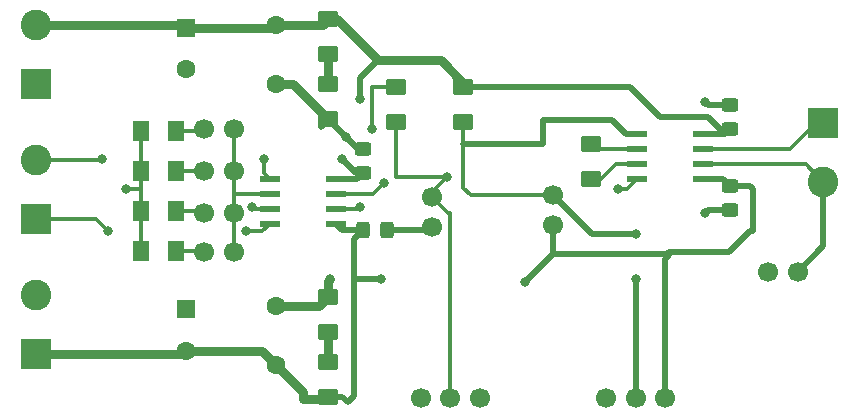
<source format=gbr>
%TF.GenerationSoftware,KiCad,Pcbnew,7.0.7-7.0.7~ubuntu22.04.1*%
%TF.CreationDate,2024-07-22T06:27:45-04:00*%
%TF.ProjectId,adjustable_instamp,61646a75-7374-4616-926c-655f696e7374,rev?*%
%TF.SameCoordinates,Original*%
%TF.FileFunction,Copper,L1,Top*%
%TF.FilePolarity,Positive*%
%FSLAX46Y46*%
G04 Gerber Fmt 4.6, Leading zero omitted, Abs format (unit mm)*
G04 Created by KiCad (PCBNEW 7.0.7-7.0.7~ubuntu22.04.1) date 2024-07-22 06:27:45*
%MOMM*%
%LPD*%
G01*
G04 APERTURE LIST*
G04 Aperture macros list*
%AMRoundRect*
0 Rectangle with rounded corners*
0 $1 Rounding radius*
0 $2 $3 $4 $5 $6 $7 $8 $9 X,Y pos of 4 corners*
0 Add a 4 corners polygon primitive as box body*
4,1,4,$2,$3,$4,$5,$6,$7,$8,$9,$2,$3,0*
0 Add four circle primitives for the rounded corners*
1,1,$1+$1,$2,$3*
1,1,$1+$1,$4,$5*
1,1,$1+$1,$6,$7*
1,1,$1+$1,$8,$9*
0 Add four rect primitives between the rounded corners*
20,1,$1+$1,$2,$3,$4,$5,0*
20,1,$1+$1,$4,$5,$6,$7,0*
20,1,$1+$1,$6,$7,$8,$9,0*
20,1,$1+$1,$8,$9,$2,$3,0*%
G04 Aperture macros list end*
%TA.AperFunction,ComponentPad*%
%ADD10C,1.700000*%
%TD*%
%TA.AperFunction,SMDPad,CuDef*%
%ADD11RoundRect,0.250001X-0.462499X-0.624999X0.462499X-0.624999X0.462499X0.624999X-0.462499X0.624999X0*%
%TD*%
%TA.AperFunction,ComponentPad*%
%ADD12R,2.600000X2.600000*%
%TD*%
%TA.AperFunction,ComponentPad*%
%ADD13C,2.600000*%
%TD*%
%TA.AperFunction,SMDPad,CuDef*%
%ADD14RoundRect,0.250001X-0.624999X0.462499X-0.624999X-0.462499X0.624999X-0.462499X0.624999X0.462499X0*%
%TD*%
%TA.AperFunction,SMDPad,CuDef*%
%ADD15RoundRect,0.250001X0.624999X-0.462499X0.624999X0.462499X-0.624999X0.462499X-0.624999X-0.462499X0*%
%TD*%
%TA.AperFunction,ComponentPad*%
%ADD16C,1.600000*%
%TD*%
%TA.AperFunction,SMDPad,CuDef*%
%ADD17RoundRect,0.250000X-0.450000X0.325000X-0.450000X-0.325000X0.450000X-0.325000X0.450000X0.325000X0*%
%TD*%
%TA.AperFunction,SMDPad,CuDef*%
%ADD18R,1.750000X0.600000*%
%TD*%
%TA.AperFunction,SMDPad,CuDef*%
%ADD19RoundRect,0.250000X-0.325000X-0.450000X0.325000X-0.450000X0.325000X0.450000X-0.325000X0.450000X0*%
%TD*%
%TA.AperFunction,ComponentPad*%
%ADD20R,1.600000X1.600000*%
%TD*%
%TA.AperFunction,ViaPad*%
%ADD21C,0.800000*%
%TD*%
%TA.AperFunction,Conductor*%
%ADD22C,0.500000*%
%TD*%
%TA.AperFunction,Conductor*%
%ADD23C,0.375000*%
%TD*%
%TA.AperFunction,Conductor*%
%ADD24C,0.750000*%
%TD*%
G04 APERTURE END LIST*
D10*
%TO.P,J9,1*%
%TO.N,Net-(J9-Pad1)*%
X133604000Y-84836000D03*
%TO.P,J9,2*%
%TO.N,/Rg+*%
X136144000Y-84836000D03*
%TD*%
D11*
%TO.P,R9,1*%
%TO.N,/Rg-*%
X128304500Y-81399000D03*
%TO.P,R9,2*%
%TO.N,Net-(J8-Pad1)*%
X131279500Y-81399000D03*
%TD*%
%TO.P,R11,1*%
%TO.N,/Rg-*%
X128304500Y-88179000D03*
%TO.P,R11,2*%
%TO.N,Net-(J10-Pad1)*%
X131279500Y-88179000D03*
%TD*%
D10*
%TO.P,J11,1*%
%TO.N,Net-(J11-Pad1)*%
X133604000Y-91694000D03*
%TO.P,J11,2*%
%TO.N,/Rg+*%
X136144000Y-91694000D03*
%TD*%
%TO.P,J10,1*%
%TO.N,Net-(J10-Pad1)*%
X133604000Y-88392000D03*
%TO.P,J10,2*%
%TO.N,/Rg+*%
X136144000Y-88392000D03*
%TD*%
D11*
%TO.P,R10,1*%
%TO.N,/Rg-*%
X128304500Y-84789000D03*
%TO.P,R10,2*%
%TO.N,Net-(J9-Pad1)*%
X131279500Y-84789000D03*
%TD*%
D10*
%TO.P,J8,1*%
%TO.N,Net-(J8-Pad1)*%
X133604000Y-81280000D03*
%TO.P,J8,2*%
%TO.N,/Rg+*%
X136144000Y-81280000D03*
%TD*%
D11*
%TO.P,R12,1*%
%TO.N,/Rg-*%
X128304500Y-91569000D03*
%TO.P,R12,2*%
%TO.N,Net-(J11-Pad1)*%
X131279500Y-91569000D03*
%TD*%
D12*
%TO.P,J4,1,Pin_1*%
%TO.N,/Vout*%
X186055000Y-80725000D03*
D13*
%TO.P,J4,2,Pin_2*%
%TO.N,/Vout_ref*%
X186055000Y-85725000D03*
%TD*%
D14*
%TO.P,R1,1*%
%TO.N,Net-(D1-K)*%
X144145000Y-77470000D03*
%TO.P,R1,2*%
%TO.N,GND*%
X144145000Y-80445000D03*
%TD*%
D15*
%TO.P,D1,1,K*%
%TO.N,Net-(D1-K)*%
X144145000Y-74930000D03*
%TO.P,D1,2,A*%
%TO.N,/+Vs*%
X144145000Y-71955000D03*
%TD*%
D12*
%TO.P,J1,1,Pin_1*%
%TO.N,GND*%
X119380000Y-77470000D03*
D13*
%TO.P,J1,2,Pin_2*%
%TO.N,/+Vs*%
X119380000Y-72470000D03*
%TD*%
D14*
%TO.P,R6,1*%
%TO.N,/Vo1*%
X149860000Y-77670000D03*
%TO.P,R6,2*%
%TO.N,/V+2*%
X149860000Y-80645000D03*
%TD*%
D12*
%TO.P,J3,1,Pin_1*%
%TO.N,/-Vs*%
X119380000Y-100290000D03*
D13*
%TO.P,J3,2,Pin_2*%
%TO.N,GND*%
X119380000Y-95290000D03*
%TD*%
D16*
%TO.P,C4,1*%
%TO.N,GND*%
X139700000Y-96210000D03*
%TO.P,C4,2*%
%TO.N,/-Vs*%
X139700000Y-101210000D03*
%TD*%
D14*
%TO.P,R2,1*%
%TO.N,Net-(D2-K)*%
X144145000Y-100965000D03*
%TO.P,R2,2*%
%TO.N,/-Vs*%
X144145000Y-103940000D03*
%TD*%
D10*
%TO.P,R5,1*%
%TO.N,unconnected-(R5-Pad1)*%
X151955000Y-104013000D03*
%TO.P,R5,2*%
%TO.N,/V+2*%
X154455000Y-104013000D03*
%TO.P,R5,3*%
%TO.N,GND*%
X156955000Y-104013000D03*
%TD*%
D14*
%TO.P,R4,1*%
%TO.N,Net-(R4-Pad1)*%
X166370000Y-82550000D03*
%TO.P,R4,2*%
%TO.N,Net-(R4-Pad2)*%
X166370000Y-85525000D03*
%TD*%
D17*
%TO.P,C7,1*%
%TO.N,/-Vs*%
X178181000Y-86106000D03*
%TO.P,C7,2*%
%TO.N,GND*%
X178181000Y-88156000D03*
%TD*%
D15*
%TO.P,D2,1,K*%
%TO.N,Net-(D2-K)*%
X144145000Y-98425000D03*
%TO.P,D2,2,A*%
%TO.N,GND*%
X144145000Y-95450000D03*
%TD*%
D10*
%TO.P,R8,1*%
%TO.N,unconnected-(R8-Pad1)*%
X167680000Y-104033000D03*
%TO.P,R8,2*%
%TO.N,/V-2*%
X170180000Y-104033000D03*
%TO.P,R8,3*%
%TO.N,/-Vs*%
X172680000Y-104033000D03*
%TD*%
D16*
%TO.P,C3,1*%
%TO.N,/+Vs*%
X139700000Y-72430000D03*
%TO.P,C3,2*%
%TO.N,GND*%
X139700000Y-77430000D03*
%TD*%
D18*
%TO.P,U1,1,-IN*%
%TO.N,/-In*%
X139192000Y-85471000D03*
%TO.P,U1,2,RG*%
%TO.N,/Rg+*%
X139192000Y-86741000D03*
%TO.P,U1,3,RG*%
%TO.N,/Rg-*%
X139192000Y-88011000D03*
%TO.P,U1,4,+IN*%
%TO.N,/+In*%
X139192000Y-89281000D03*
%TO.P,U1,5,-VS*%
%TO.N,/-Vs*%
X144792000Y-89281000D03*
%TO.P,U1,6,REF*%
%TO.N,GND*%
X144792000Y-88011000D03*
%TO.P,U1,7,Vout*%
%TO.N,/Vo1*%
X144792000Y-86741000D03*
%TO.P,U1,8,+VS*%
%TO.N,/+Vs*%
X144792000Y-85471000D03*
%TD*%
D12*
%TO.P,J2,1,Pin_1*%
%TO.N,/+In*%
X119380000Y-88900000D03*
D13*
%TO.P,J2,2,Pin_2*%
%TO.N,/-In*%
X119380000Y-83900000D03*
%TD*%
D19*
%TO.P,C6,1*%
%TO.N,/-Vs*%
X147072000Y-89771000D03*
%TO.P,C6,2*%
%TO.N,GND*%
X149122000Y-89771000D03*
%TD*%
D20*
%TO.P,C2,1*%
%TO.N,GND*%
X132080000Y-96520000D03*
D16*
%TO.P,C2,2*%
%TO.N,/-Vs*%
X132080000Y-100020000D03*
%TD*%
D10*
%TO.P,J6,1*%
%TO.N,/V+2*%
X152908000Y-86995000D03*
%TO.P,J6,2*%
%TO.N,GND*%
X152908000Y-89535000D03*
%TD*%
D14*
%TO.P,R7,1*%
%TO.N,/+Vs*%
X155575000Y-77670000D03*
%TO.P,R7,2*%
%TO.N,/V-2*%
X155575000Y-80645000D03*
%TD*%
D10*
%TO.P,J7,1*%
%TO.N,/V-2*%
X163195000Y-86853000D03*
%TO.P,J7,2*%
%TO.N,/-Vs*%
X163195000Y-89393000D03*
%TD*%
D17*
%TO.P,C5,1*%
%TO.N,GND*%
X147072000Y-82931000D03*
%TO.P,C5,2*%
%TO.N,/+Vs*%
X147072000Y-84981000D03*
%TD*%
%TO.P,C8,1*%
%TO.N,GND*%
X178181000Y-79230000D03*
%TO.P,C8,2*%
%TO.N,/+Vs*%
X178181000Y-81280000D03*
%TD*%
D20*
%TO.P,C1,1*%
%TO.N,/+Vs*%
X132080000Y-72700000D03*
D16*
%TO.P,C1,2*%
%TO.N,GND*%
X132080000Y-76200000D03*
%TD*%
D18*
%TO.P,U2,1,-IN*%
%TO.N,/V-2*%
X170295000Y-81715000D03*
%TO.P,U2,2,RG*%
%TO.N,Net-(R4-Pad1)*%
X170295000Y-82985000D03*
%TO.P,U2,3,RG*%
%TO.N,Net-(R4-Pad2)*%
X170295000Y-84255000D03*
%TO.P,U2,4,+IN*%
%TO.N,/V+2*%
X170295000Y-85525000D03*
%TO.P,U2,5,-VS*%
%TO.N,/-Vs*%
X175895000Y-85525000D03*
%TO.P,U2,6,REF*%
%TO.N,/Vout_ref*%
X175895000Y-84255000D03*
%TO.P,U2,7,Vout*%
%TO.N,/Vout*%
X175895000Y-82985000D03*
%TO.P,U2,8,+VS*%
%TO.N,/+Vs*%
X175895000Y-81715000D03*
%TD*%
D10*
%TO.P,J5,1*%
%TO.N,/Vout_ref*%
X183896000Y-93345000D03*
%TO.P,J5,2*%
%TO.N,GND*%
X181356000Y-93345000D03*
%TD*%
D21*
%TO.N,/+Vs*%
X146812000Y-78740000D03*
X145288000Y-83820000D03*
%TO.N,/+In*%
X137160000Y-89916000D03*
X125476000Y-89916000D03*
%TO.N,/-In*%
X138684000Y-83820000D03*
X124968000Y-83820000D03*
%TO.N,/Rg-*%
X127000000Y-86360000D03*
X137668000Y-87884000D03*
%TO.N,GND*%
X146812000Y-87884000D03*
%TO.N,/Vo1*%
X147828000Y-81280000D03*
X148844000Y-85852000D03*
%TO.N,GND*%
X145642000Y-81942000D03*
X144272000Y-93980000D03*
X176022000Y-88392000D03*
X176022000Y-78994000D03*
%TO.N,/-Vs*%
X160782000Y-94234000D03*
X148590000Y-93980000D03*
%TO.N,/V+2*%
X154178000Y-85344000D03*
X168656000Y-86360000D03*
%TO.N,/V-2*%
X170180000Y-93980000D03*
X170180000Y-90170000D03*
%TD*%
D22*
%TO.N,/+Vs*%
X176276000Y-80264000D02*
X172212000Y-80264000D01*
X178181000Y-81280000D02*
X177292000Y-81280000D01*
X172212000Y-80264000D02*
X169672000Y-77724000D01*
X177292000Y-81280000D02*
X176276000Y-80264000D01*
X169672000Y-77724000D02*
X155629000Y-77724000D01*
X155629000Y-77724000D02*
X155575000Y-77670000D01*
X146812000Y-76962000D02*
X148336000Y-75438000D01*
X147072000Y-84981000D02*
X146449000Y-84981000D01*
X146449000Y-84981000D02*
X145288000Y-83820000D01*
X146812000Y-78740000D02*
X146812000Y-76962000D01*
%TO.N,/-Vs*%
X146304000Y-93980000D02*
X146304000Y-90539000D01*
X146304000Y-90539000D02*
X147072000Y-89771000D01*
D23*
%TO.N,/V+2*%
X154305000Y-88392000D02*
X154432000Y-88392000D01*
X152908000Y-86995000D02*
X154305000Y-88392000D01*
X154455000Y-91717000D02*
X154455000Y-91948000D01*
X154455000Y-91948000D02*
X154455000Y-104013000D01*
X154432000Y-88392000D02*
X154432000Y-91925000D01*
X154432000Y-91925000D02*
X154455000Y-91948000D01*
X152908000Y-86995000D02*
X152908000Y-86614000D01*
X152908000Y-86614000D02*
X154178000Y-85344000D01*
%TO.N,/+In*%
X119380000Y-88900000D02*
X124460000Y-88900000D01*
X124460000Y-88900000D02*
X125476000Y-89916000D01*
X137160000Y-89916000D02*
X138557000Y-89916000D01*
X138557000Y-89916000D02*
X139192000Y-89281000D01*
%TO.N,/-In*%
X119380000Y-83900000D02*
X124888000Y-83900000D01*
X124888000Y-83900000D02*
X124968000Y-83820000D01*
X138684000Y-83820000D02*
X138684000Y-84963000D01*
X138684000Y-84963000D02*
X139192000Y-85471000D01*
%TO.N,/Rg-*%
X128304500Y-86360000D02*
X128304500Y-84789000D01*
X127000000Y-86360000D02*
X128304500Y-86360000D01*
X137795000Y-88011000D02*
X137668000Y-87884000D01*
X139192000Y-88011000D02*
X137795000Y-88011000D01*
X128304500Y-88179000D02*
X128304500Y-86360000D01*
%TO.N,/Rg+*%
X136144000Y-88392000D02*
X136144000Y-86868000D01*
X136144000Y-86868000D02*
X136144000Y-84836000D01*
X139192000Y-86741000D02*
X136271000Y-86741000D01*
X136271000Y-86741000D02*
X136144000Y-86868000D01*
X136144000Y-84836000D02*
X136144000Y-81280000D01*
X136144000Y-91694000D02*
X136144000Y-88392000D01*
%TO.N,Net-(J8-Pad1)*%
X131279500Y-81399000D02*
X133485000Y-81399000D01*
X133485000Y-81399000D02*
X133604000Y-81280000D01*
%TO.N,Net-(J9-Pad1)*%
X131279500Y-84789000D02*
X133557000Y-84789000D01*
X133557000Y-84789000D02*
X133604000Y-84836000D01*
%TO.N,Net-(J10-Pad1)*%
X131279500Y-88179000D02*
X133391000Y-88179000D01*
X133391000Y-88179000D02*
X133604000Y-88392000D01*
%TO.N,Net-(J11-Pad1)*%
X131279500Y-91569000D02*
X133479000Y-91569000D01*
X133479000Y-91569000D02*
X133604000Y-91694000D01*
%TO.N,/Rg-*%
X128304500Y-84789000D02*
X128304500Y-81399000D01*
X128304500Y-91569000D02*
X128304500Y-88179000D01*
%TO.N,GND*%
X146685000Y-88011000D02*
X146812000Y-87884000D01*
X144792000Y-88011000D02*
X146685000Y-88011000D01*
%TO.N,/Vo1*%
X147828000Y-81280000D02*
X147828000Y-77724000D01*
X149806000Y-77724000D02*
X149860000Y-77670000D01*
X147828000Y-77724000D02*
X149806000Y-77724000D01*
X144792000Y-86741000D02*
X147955000Y-86741000D01*
X147955000Y-86741000D02*
X148844000Y-85852000D01*
D22*
%TO.N,GND*%
X145642000Y-81942000D02*
X144145000Y-80445000D01*
X147072000Y-82931000D02*
X146631000Y-82931000D01*
X146631000Y-82931000D02*
X145642000Y-81942000D01*
%TO.N,/-Vs*%
X147072000Y-89771000D02*
X145282000Y-89771000D01*
X145282000Y-89771000D02*
X144792000Y-89281000D01*
%TO.N,GND*%
X149122000Y-89771000D02*
X152672000Y-89771000D01*
X152672000Y-89771000D02*
X152908000Y-89535000D01*
D24*
X144145000Y-94107000D02*
X144272000Y-93980000D01*
X144145000Y-95450000D02*
X144145000Y-94107000D01*
D22*
X143504000Y-81086000D02*
X144145000Y-80445000D01*
%TO.N,/+Vs*%
X144792000Y-85471000D02*
X146582000Y-85471000D01*
D24*
X144853000Y-71955000D02*
X148336000Y-75438000D01*
X143670000Y-72430000D02*
X144145000Y-71955000D01*
X131850000Y-72470000D02*
X132080000Y-72700000D01*
D22*
X146582000Y-85471000D02*
X147072000Y-84981000D01*
D24*
X119380000Y-72470000D02*
X131850000Y-72470000D01*
X144145000Y-71955000D02*
X144853000Y-71955000D01*
X139700000Y-72430000D02*
X143670000Y-72430000D01*
X148336000Y-75438000D02*
X153670000Y-75438000D01*
X132080000Y-72700000D02*
X139430000Y-72700000D01*
X155575000Y-77343000D02*
X155575000Y-77670000D01*
X153670000Y-75438000D02*
X155575000Y-77343000D01*
D22*
X175895000Y-81715000D02*
X177746000Y-81715000D01*
D24*
X139430000Y-72700000D02*
X139700000Y-72430000D01*
D22*
X177746000Y-81715000D02*
X178181000Y-81280000D01*
%TO.N,GND*%
X176258000Y-79230000D02*
X176022000Y-78994000D01*
X178181000Y-88156000D02*
X176258000Y-88156000D01*
D24*
X143385000Y-96210000D02*
X144145000Y-95450000D01*
X139700000Y-77430000D02*
X141130000Y-77430000D01*
X141130000Y-77430000D02*
X144145000Y-80445000D01*
D22*
X178181000Y-79230000D02*
X176258000Y-79230000D01*
X176258000Y-88156000D02*
X176022000Y-88392000D01*
D24*
X139700000Y-96210000D02*
X143385000Y-96210000D01*
%TO.N,/-Vs*%
X143945000Y-104140000D02*
X144145000Y-103940000D01*
D22*
X177600000Y-85525000D02*
X178181000Y-86106000D01*
D24*
X141986000Y-104140000D02*
X143945000Y-104140000D01*
D22*
X145342000Y-103940000D02*
X144145000Y-103940000D01*
D24*
X138510000Y-100020000D02*
X139700000Y-101210000D01*
D22*
X172847000Y-91821000D02*
X172974000Y-91948000D01*
X146304000Y-93980000D02*
X146304000Y-103886000D01*
X172847000Y-91821000D02*
X172974000Y-91694000D01*
D24*
X119380000Y-100290000D02*
X131810000Y-100290000D01*
D22*
X172974000Y-91694000D02*
X178054000Y-91694000D01*
X180086000Y-86360000D02*
X179832000Y-86106000D01*
X179832000Y-86106000D02*
X178181000Y-86106000D01*
D24*
X139700000Y-101210000D02*
X141986000Y-103496000D01*
D22*
X180086000Y-89916000D02*
X180086000Y-86360000D01*
X145796000Y-104394000D02*
X145342000Y-103940000D01*
X175895000Y-85525000D02*
X177600000Y-85525000D01*
X172680000Y-92242000D02*
X172680000Y-104033000D01*
D24*
X141986000Y-103496000D02*
X141986000Y-104140000D01*
D22*
X172974000Y-91948000D02*
X172680000Y-92242000D01*
X146304000Y-93980000D02*
X148590000Y-93980000D01*
X160782000Y-94234000D02*
X163195000Y-91821000D01*
X178054000Y-91694000D02*
X179832000Y-89916000D01*
X163195000Y-91821000D02*
X163195000Y-89393000D01*
X146304000Y-103886000D02*
X145796000Y-104394000D01*
D24*
X132080000Y-100020000D02*
X138510000Y-100020000D01*
D22*
X179832000Y-89916000D02*
X180086000Y-89916000D01*
X163195000Y-91821000D02*
X172847000Y-91821000D01*
D24*
X131810000Y-100290000D02*
X132080000Y-100020000D01*
%TO.N,Net-(D1-K)*%
X144145000Y-74930000D02*
X144145000Y-77470000D01*
%TO.N,Net-(D2-K)*%
X144145000Y-100965000D02*
X144145000Y-98425000D01*
D23*
%TO.N,/Vout*%
X185467000Y-80725000D02*
X186055000Y-80725000D01*
X175895000Y-82985000D02*
X183207000Y-82985000D01*
X183207000Y-82985000D02*
X185467000Y-80725000D01*
D22*
%TO.N,/Vout_ref*%
X186055000Y-91186000D02*
X183896000Y-93345000D01*
D23*
X175895000Y-84255000D02*
X184585000Y-84255000D01*
X184585000Y-84255000D02*
X186055000Y-85725000D01*
D22*
X186055000Y-85725000D02*
X186055000Y-91186000D01*
D23*
%TO.N,/V+2*%
X154432000Y-91694000D02*
X154455000Y-91717000D01*
X168656000Y-86360000D02*
X169460000Y-86360000D01*
X169460000Y-86360000D02*
X170295000Y-85525000D01*
X149860000Y-85344000D02*
X154178000Y-85344000D01*
X149860000Y-85344000D02*
X149860000Y-80645000D01*
D22*
%TO.N,/V-2*%
X166512000Y-90170000D02*
X163195000Y-86853000D01*
X170180000Y-104033000D02*
X170180000Y-93980000D01*
X170180000Y-90170000D02*
X166512000Y-90170000D01*
D23*
X155575000Y-82550000D02*
X155575000Y-86233000D01*
D22*
X162306000Y-82550000D02*
X155575000Y-82550000D01*
D23*
X156195000Y-86853000D02*
X163195000Y-86853000D01*
D22*
X170295000Y-81715000D02*
X169345000Y-81715000D01*
X169345000Y-81715000D02*
X168148000Y-80518000D01*
D23*
X155575000Y-86233000D02*
X156195000Y-86853000D01*
D22*
X168148000Y-80518000D02*
X162306000Y-80518000D01*
D23*
X155575000Y-80645000D02*
X155575000Y-82550000D01*
D22*
X162306000Y-80518000D02*
X162306000Y-82550000D01*
D23*
%TO.N,Net-(R4-Pad1)*%
X166370000Y-82550000D02*
X166805000Y-82985000D01*
X166805000Y-82985000D02*
X170295000Y-82985000D01*
%TO.N,Net-(R4-Pad2)*%
X168475000Y-84255000D02*
X170295000Y-84255000D01*
X166370000Y-85525000D02*
X167205000Y-85525000D01*
X167205000Y-85525000D02*
X168475000Y-84255000D01*
%TD*%
M02*

</source>
